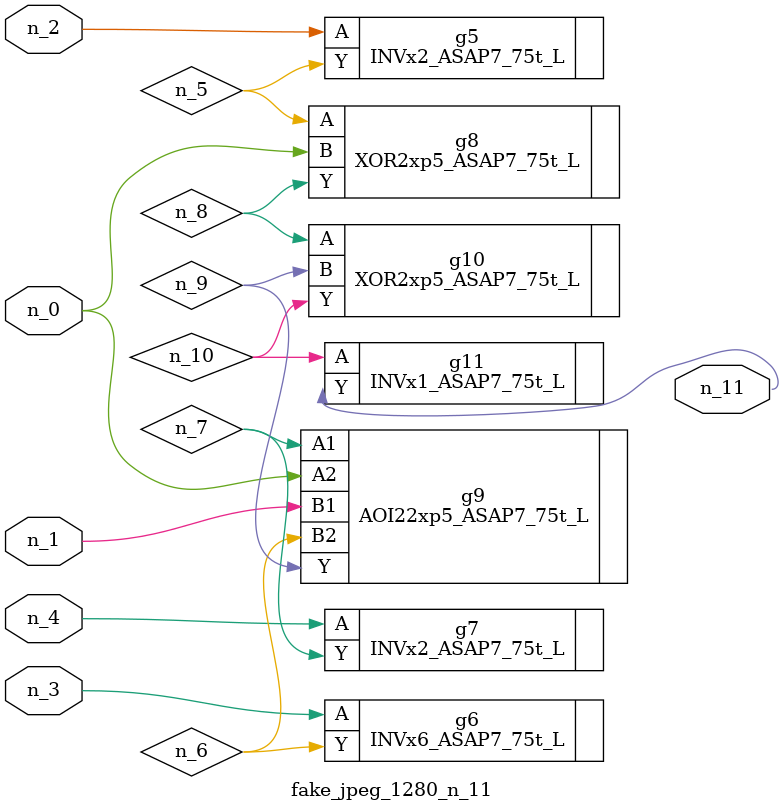
<source format=v>
module fake_jpeg_1280_n_11 (n_3, n_2, n_1, n_0, n_4, n_11);

input n_3;
input n_2;
input n_1;
input n_0;
input n_4;

output n_11;

wire n_10;
wire n_8;
wire n_9;
wire n_6;
wire n_5;
wire n_7;

INVx2_ASAP7_75t_L g5 ( 
.A(n_2),
.Y(n_5)
);

INVx6_ASAP7_75t_L g6 ( 
.A(n_3),
.Y(n_6)
);

INVx2_ASAP7_75t_L g7 ( 
.A(n_4),
.Y(n_7)
);

XOR2xp5_ASAP7_75t_L g8 ( 
.A(n_5),
.B(n_0),
.Y(n_8)
);

XOR2xp5_ASAP7_75t_L g10 ( 
.A(n_8),
.B(n_9),
.Y(n_10)
);

AOI22xp5_ASAP7_75t_L g9 ( 
.A1(n_7),
.A2(n_0),
.B1(n_1),
.B2(n_6),
.Y(n_9)
);

INVx1_ASAP7_75t_L g11 ( 
.A(n_10),
.Y(n_11)
);


endmodule
</source>
